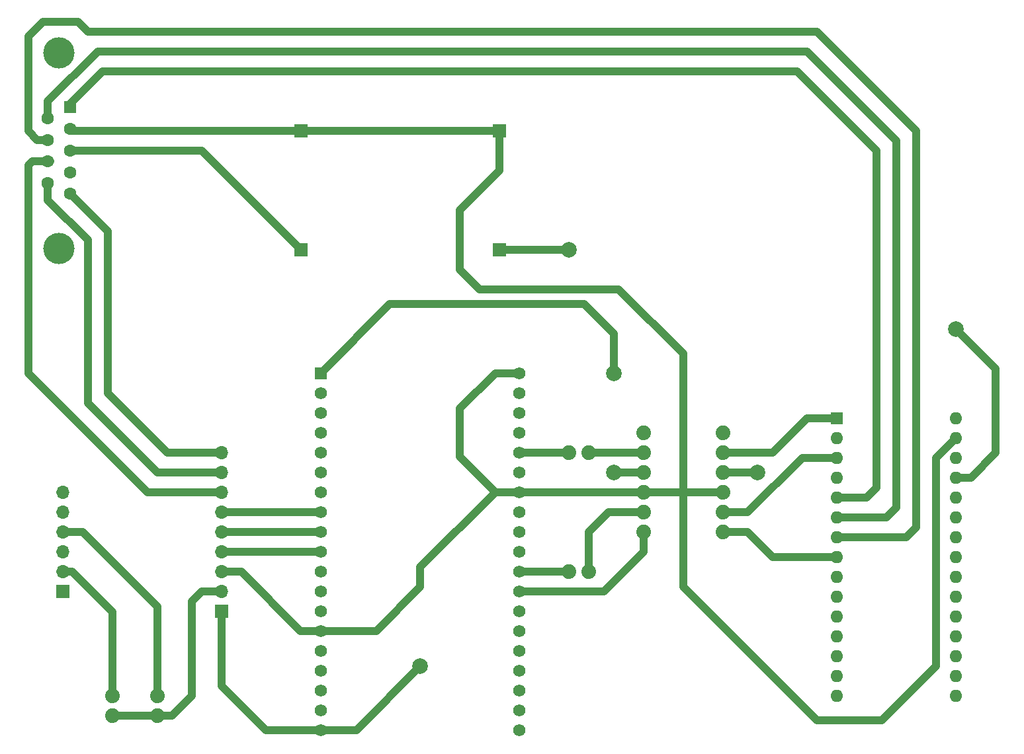
<source format=gbr>
%TF.GenerationSoftware,KiCad,Pcbnew,(6.0.4)*%
%TF.CreationDate,2022-04-04T20:05:43+03:00*%
%TF.ProjectId,volvo_bt_board,766f6c76-6f5f-4627-945f-626f6172642e,rev?*%
%TF.SameCoordinates,Original*%
%TF.FileFunction,Copper,L2,Bot*%
%TF.FilePolarity,Positive*%
%FSLAX46Y46*%
G04 Gerber Fmt 4.6, Leading zero omitted, Abs format (unit mm)*
G04 Created by KiCad (PCBNEW (6.0.4)) date 2022-04-04 20:05:43*
%MOMM*%
%LPD*%
G01*
G04 APERTURE LIST*
%TA.AperFunction,ComponentPad*%
%ADD10C,4.000000*%
%TD*%
%TA.AperFunction,ComponentPad*%
%ADD11R,1.600000X1.600000*%
%TD*%
%TA.AperFunction,ComponentPad*%
%ADD12C,1.600000*%
%TD*%
%TA.AperFunction,ComponentPad*%
%ADD13R,1.700000X1.700000*%
%TD*%
%TA.AperFunction,ComponentPad*%
%ADD14O,1.600000X1.600000*%
%TD*%
%TA.AperFunction,ComponentPad*%
%ADD15C,1.879600*%
%TD*%
%TA.AperFunction,ComponentPad*%
%ADD16O,1.700000X1.700000*%
%TD*%
%TA.AperFunction,ComponentPad*%
%ADD17R,1.560000X1.560000*%
%TD*%
%TA.AperFunction,ComponentPad*%
%ADD18C,1.560000*%
%TD*%
%TA.AperFunction,ViaPad*%
%ADD19C,2.000000*%
%TD*%
%TA.AperFunction,Conductor*%
%ADD20C,1.000000*%
%TD*%
G04 APERTURE END LIST*
D10*
%TO.P,J1,0*%
%TO.N,N/C*%
X80770331Y-73450000D03*
X80770331Y-48450000D03*
D11*
%TO.P,J1,1,1*%
%TO.N,MELBUS_CLK*%
X82190331Y-55410000D03*
D12*
%TO.P,J1,2,2*%
%TO.N,GND*%
X82190331Y-58180000D03*
%TO.P,J1,3,3*%
%TO.N,12V*%
X82190331Y-60950000D03*
%TO.P,J1,4,4*%
%TO.N,unconnected-(J1-Pad4)*%
X82190331Y-63720000D03*
%TO.P,J1,5,5*%
%TO.N,AUDIO_R*%
X82190331Y-66490000D03*
%TO.P,J1,6,6*%
%TO.N,MELBUS_DATA*%
X79350331Y-56795000D03*
%TO.P,J1,7,7*%
%TO.N,MELBUS_BUSY*%
X79350331Y-59565000D03*
%TO.P,J1,8,8*%
%TO.N,AUDIO_L*%
X79350331Y-62335000D03*
%TO.P,J1,9,9*%
%TO.N,AUDIO_GND*%
X79350331Y-65105000D03*
%TD*%
D13*
%TO.P,J9,1,Pin_1*%
%TO.N,5V*%
X137160000Y-73660000D03*
%TD*%
%TO.P,J6,1,Pin_1*%
%TO.N,12V*%
X111760000Y-73660000D03*
%TD*%
%TO.P,J7,1,Pin_1*%
%TO.N,GND*%
X111760000Y-58420000D03*
%TD*%
D11*
%TO.P,A1,1,D1/TX*%
%TO.N,Net-(A1-Pad1)*%
X180350000Y-95250000D03*
D14*
%TO.P,A1,2,D0/RX*%
%TO.N,unconnected-(A1-Pad2)*%
X180350000Y-97790000D03*
%TO.P,A1,3,~{RESET}*%
%TO.N,ARDUINO_RESET*%
X180350000Y-100330000D03*
%TO.P,A1,4,GND*%
%TO.N,GND*%
X180350000Y-102870000D03*
%TO.P,A1,5,D2*%
%TO.N,MELBUS_CLK*%
X180350000Y-105410000D03*
%TO.P,A1,6,D3*%
%TO.N,MELBUS_DATA*%
X180350000Y-107950000D03*
%TO.P,A1,7,D4*%
%TO.N,MELBUS_BUSY*%
X180350000Y-110490000D03*
%TO.P,A1,8,D5*%
%TO.N,Net-(A1-Pad8)*%
X180350000Y-113030000D03*
%TO.P,A1,9,D6*%
%TO.N,unconnected-(A1-Pad9)*%
X180350000Y-115570000D03*
%TO.P,A1,10,D7*%
%TO.N,unconnected-(A1-Pad10)*%
X180350000Y-118110000D03*
%TO.P,A1,11,D8*%
%TO.N,unconnected-(A1-Pad11)*%
X180350000Y-120650000D03*
%TO.P,A1,12,D9*%
%TO.N,unconnected-(A1-Pad12)*%
X180350000Y-123190000D03*
%TO.P,A1,13,D10*%
%TO.N,unconnected-(A1-Pad13)*%
X180350000Y-125730000D03*
%TO.P,A1,14,D11*%
%TO.N,unconnected-(A1-Pad14)*%
X180350000Y-128270000D03*
%TO.P,A1,15,D12*%
%TO.N,unconnected-(A1-Pad15)*%
X180350000Y-130810000D03*
%TO.P,A1,16,D13*%
%TO.N,unconnected-(A1-Pad16)*%
X195590000Y-130810000D03*
%TO.P,A1,17,3V3*%
%TO.N,unconnected-(A1-Pad17)*%
X195590000Y-128270000D03*
%TO.P,A1,18,AREF*%
%TO.N,unconnected-(A1-Pad18)*%
X195590000Y-125730000D03*
%TO.P,A1,19,A0*%
%TO.N,unconnected-(A1-Pad19)*%
X195590000Y-123190000D03*
%TO.P,A1,20,A1*%
%TO.N,unconnected-(A1-Pad20)*%
X195590000Y-120650000D03*
%TO.P,A1,21,A2*%
%TO.N,unconnected-(A1-Pad21)*%
X195590000Y-118110000D03*
%TO.P,A1,22,A3*%
%TO.N,unconnected-(A1-Pad22)*%
X195590000Y-115570000D03*
%TO.P,A1,23,A4*%
%TO.N,unconnected-(A1-Pad23)*%
X195590000Y-113030000D03*
%TO.P,A1,24,A5*%
%TO.N,unconnected-(A1-Pad24)*%
X195590000Y-110490000D03*
%TO.P,A1,25,A6*%
%TO.N,unconnected-(A1-Pad25)*%
X195590000Y-107950000D03*
%TO.P,A1,26,A7*%
%TO.N,unconnected-(A1-Pad26)*%
X195590000Y-105410000D03*
%TO.P,A1,27,+5V*%
%TO.N,5V*%
X195590000Y-102870000D03*
%TO.P,A1,28,~{RESET}*%
%TO.N,unconnected-(A1-Pad28)*%
X195590000Y-100330000D03*
%TO.P,A1,29,GND*%
%TO.N,GND*%
X195590000Y-97790000D03*
%TO.P,A1,30,VIN*%
%TO.N,unconnected-(A1-Pad30)*%
X195590000Y-95250000D03*
%TD*%
D15*
%TO.P,J4,1,Pin_1*%
%TO.N,Net-(J2-Pad4)*%
X93345000Y-130810000D03*
%TO.P,J4,2,Pin_2*%
%TO.N,Net-(J3-Pad2)*%
X93345000Y-133350000D03*
%TD*%
D13*
%TO.P,J3,1,Pin_1*%
%TO.N,5V*%
X101600000Y-120005000D03*
D16*
%TO.P,J3,2,Pin_2*%
%TO.N,Net-(J3-Pad2)*%
X101600000Y-117465000D03*
%TO.P,J3,3,Pin_3*%
%TO.N,GND*%
X101600000Y-114925000D03*
%TO.P,J3,4,Pin_4*%
%TO.N,Net-(J3-Pad4)*%
X101600000Y-112385000D03*
%TO.P,J3,5,Pin_5*%
%TO.N,Net-(J3-Pad5)*%
X101600000Y-109845000D03*
%TO.P,J3,6,Pin_6*%
%TO.N,Net-(J3-Pad6)*%
X101600000Y-107305000D03*
%TO.P,J3,7,Pin_7*%
%TO.N,AUDIO_L*%
X101600000Y-104765000D03*
%TO.P,J3,8,Pin_8*%
%TO.N,AUDIO_GND*%
X101600000Y-102225000D03*
%TO.P,J3,9,Pin_9*%
%TO.N,AUDIO_R*%
X101600000Y-99685000D03*
%TD*%
D15*
%TO.P,B1,GND1,GND*%
%TO.N,GND*%
X155575000Y-104775000D03*
%TO.P,B1,GND2,GND*%
X165735000Y-104775000D03*
%TO.P,B1,HV,HV*%
%TO.N,5V*%
X165735000Y-102235000D03*
%TO.P,B1,HV1,HV_TXO_1*%
%TO.N,unconnected-(B1-PadHV1)*%
X165735000Y-97155000D03*
%TO.P,B1,HV2,HV_RXI_1*%
%TO.N,Net-(A1-Pad1)*%
X165735000Y-99695000D03*
%TO.P,B1,HV3,HV_RXI_2*%
%TO.N,ARDUINO_RESET*%
X165735000Y-107315000D03*
%TO.P,B1,HV4,HV_TXO_2*%
%TO.N,Net-(A1-Pad8)*%
X165735000Y-109855000D03*
%TO.P,B1,LV,LV*%
%TO.N,3V3*%
X155575000Y-102235000D03*
%TO.P,B1,LV1,LV_TXI_1*%
%TO.N,unconnected-(B1-PadLV1)*%
X155575000Y-97155000D03*
%TO.P,B1,LV2,LV_RXO_1*%
%TO.N,Net-(B1-PadLV2)*%
X155575000Y-99695000D03*
%TO.P,B1,LV3,LV_RXO_2*%
%TO.N,Net-(B1-PadLV3)*%
X155575000Y-107315000D03*
%TO.P,B1,LV4,LV_TXI_2*%
%TO.N,Net-(B1-PadLV4)*%
X155575000Y-109855000D03*
%TD*%
D17*
%TO.P,U1,1,3V3*%
%TO.N,3V3*%
X114300000Y-89460000D03*
D18*
%TO.P,U1,2,EN*%
%TO.N,unconnected-(U1-Pad2)*%
X114300000Y-92000000D03*
%TO.P,U1,3,SENSOR_VP*%
%TO.N,unconnected-(U1-Pad3)*%
X114300000Y-94540000D03*
%TO.P,U1,4,SENSOR_VN*%
%TO.N,unconnected-(U1-Pad4)*%
X114300000Y-97080000D03*
%TO.P,U1,5,IO34*%
%TO.N,unconnected-(U1-Pad5)*%
X114300000Y-99620000D03*
%TO.P,U1,6,IO35*%
%TO.N,unconnected-(U1-Pad6)*%
X114300000Y-102160000D03*
%TO.P,U1,7,IO32*%
%TO.N,unconnected-(U1-Pad7)*%
X114300000Y-104700000D03*
%TO.P,U1,8,IO33*%
%TO.N,Net-(J3-Pad6)*%
X114300000Y-107240000D03*
%TO.P,U1,9,IO25*%
%TO.N,Net-(J3-Pad5)*%
X114300000Y-109780000D03*
%TO.P,U1,10,IO26*%
%TO.N,Net-(J3-Pad4)*%
X114300000Y-112320000D03*
%TO.P,U1,11,IO27*%
%TO.N,unconnected-(U1-Pad11)*%
X114300000Y-114860000D03*
%TO.P,U1,12,IO14*%
%TO.N,unconnected-(U1-Pad12)*%
X114300000Y-117400000D03*
%TO.P,U1,13,IO12*%
%TO.N,unconnected-(U1-Pad13)*%
X114300000Y-119940000D03*
%TO.P,U1,14,GND1*%
%TO.N,GND*%
X114300000Y-122480000D03*
%TO.P,U1,15,IO13*%
%TO.N,unconnected-(U1-Pad15)*%
X114300000Y-125020000D03*
%TO.P,U1,16,SD2*%
%TO.N,unconnected-(U1-Pad16)*%
X114300000Y-127560000D03*
%TO.P,U1,17,SD3*%
%TO.N,unconnected-(U1-Pad17)*%
X114300000Y-130100000D03*
%TO.P,U1,18,CMD*%
%TO.N,unconnected-(U1-Pad18)*%
X114300000Y-132640000D03*
%TO.P,U1,19,EXT_5V*%
%TO.N,5V*%
X114300000Y-135180000D03*
%TO.P,U1,20,GND3*%
%TO.N,GND*%
X139700000Y-89460000D03*
%TO.P,U1,21,IO23*%
%TO.N,unconnected-(U1-Pad21)*%
X139700000Y-92000000D03*
%TO.P,U1,22,IO22*%
%TO.N,unconnected-(U1-Pad22)*%
X139700000Y-94540000D03*
%TO.P,U1,23,TXD0*%
%TO.N,unconnected-(U1-Pad23)*%
X139700000Y-97080000D03*
%TO.P,U1,24,RXD0*%
%TO.N,Net-(J11-Pad2)*%
X139700000Y-99620000D03*
%TO.P,U1,25,IO21*%
%TO.N,unconnected-(U1-Pad25)*%
X139700000Y-102160000D03*
%TO.P,U1,26,GND2*%
%TO.N,GND*%
X139700000Y-104700000D03*
%TO.P,U1,27,IO19*%
%TO.N,unconnected-(U1-Pad27)*%
X139700000Y-107240000D03*
%TO.P,U1,28,IO18*%
%TO.N,unconnected-(U1-Pad28)*%
X139700000Y-109780000D03*
%TO.P,U1,29,IO5*%
%TO.N,unconnected-(U1-Pad29)*%
X139700000Y-112320000D03*
%TO.P,U1,30,IO17*%
%TO.N,Net-(J12-Pad1)*%
X139700000Y-114860000D03*
%TO.P,U1,31,IO16*%
%TO.N,Net-(B1-PadLV4)*%
X139700000Y-117400000D03*
%TO.P,U1,32,IO4*%
%TO.N,unconnected-(U1-Pad32)*%
X139700000Y-119940000D03*
%TO.P,U1,33,IO0*%
%TO.N,unconnected-(U1-Pad33)*%
X139700000Y-122480000D03*
%TO.P,U1,34,IO2*%
%TO.N,unconnected-(U1-Pad34)*%
X139700000Y-125020000D03*
%TO.P,U1,35,IO15*%
%TO.N,unconnected-(U1-Pad35)*%
X139700000Y-127560000D03*
%TO.P,U1,36,SD1*%
%TO.N,unconnected-(U1-Pad36)*%
X139700000Y-130100000D03*
%TO.P,U1,37,SD0*%
%TO.N,unconnected-(U1-Pad37)*%
X139700000Y-132640000D03*
%TO.P,U1,38,CLK*%
%TO.N,unconnected-(U1-Pad38)*%
X139700000Y-135180000D03*
%TD*%
D15*
%TO.P,J5,1,Pin_1*%
%TO.N,Net-(J3-Pad2)*%
X87630000Y-133350000D03*
%TO.P,J5,2,Pin_2*%
%TO.N,Net-(J2-Pad2)*%
X87630000Y-130810000D03*
%TD*%
%TO.P,J11,1,Pin_1*%
%TO.N,Net-(B1-PadLV2)*%
X148590000Y-99695000D03*
%TO.P,J11,2,Pin_2*%
%TO.N,Net-(J11-Pad2)*%
X146050000Y-99695000D03*
%TD*%
D13*
%TO.P,J8,1,Pin_1*%
%TO.N,GND*%
X137160000Y-58420000D03*
%TD*%
D15*
%TO.P,J12,1,Pin_1*%
%TO.N,Net-(J12-Pad1)*%
X146050000Y-114935000D03*
%TO.P,J12,2,Pin_2*%
%TO.N,Net-(B1-PadLV3)*%
X148590000Y-114935000D03*
%TD*%
D13*
%TO.P,J2,1,Pin_1*%
%TO.N,unconnected-(J2-Pad1)*%
X81280000Y-117465000D03*
D16*
%TO.P,J2,2,Pin_2*%
%TO.N,Net-(J2-Pad2)*%
X81280000Y-114925000D03*
%TO.P,J2,3,Pin_3*%
%TO.N,unconnected-(J2-Pad3)*%
X81280000Y-112385000D03*
%TO.P,J2,4,Pin_4*%
%TO.N,Net-(J2-Pad4)*%
X81280000Y-109845000D03*
%TO.P,J2,5,Pin_5*%
%TO.N,unconnected-(J2-Pad5)*%
X81280000Y-107305000D03*
%TO.P,J2,6,Pin_6*%
%TO.N,unconnected-(J2-Pad6)*%
X81280000Y-104765000D03*
%TD*%
D19*
%TO.N,5V*%
X127000000Y-127000000D03*
X146050000Y-73660000D03*
X195580000Y-83820000D03*
X170180000Y-102235000D03*
%TO.N,3V3*%
X151765000Y-89535000D03*
X151765000Y-102235000D03*
%TD*%
D20*
%TO.N,Net-(J2-Pad4)*%
X93345000Y-119380000D02*
X83810000Y-109845000D01*
X83810000Y-109845000D02*
X81280000Y-109845000D01*
X93345000Y-130810000D02*
X93345000Y-119380000D01*
%TO.N,Net-(J2-Pad2)*%
X82482081Y-114925000D02*
X81280000Y-114925000D01*
X87630000Y-120072919D02*
X82482081Y-114925000D01*
X87630000Y-130810000D02*
X87630000Y-120072919D01*
%TO.N,Net-(J3-Pad2)*%
X93345000Y-133350000D02*
X87630000Y-133350000D01*
X95250000Y-133350000D02*
X93345000Y-133350000D01*
X97790000Y-118745000D02*
X97790000Y-130810000D01*
X97790000Y-130810000D02*
X95250000Y-133350000D01*
X99070000Y-117465000D02*
X97790000Y-118745000D01*
X101600000Y-117465000D02*
X99070000Y-117465000D01*
%TO.N,AUDIO_R*%
X94625000Y-99685000D02*
X94615000Y-99695000D01*
X86995000Y-92075000D02*
X86995000Y-71294669D01*
X86995000Y-71294669D02*
X82190331Y-66490000D01*
X101600000Y-99685000D02*
X94625000Y-99685000D01*
X94615000Y-99695000D02*
X86995000Y-92075000D01*
%TO.N,AUDIO_GND*%
X84455000Y-72390000D02*
X79350331Y-67285331D01*
X79350331Y-67285331D02*
X79350331Y-65105000D01*
X93345000Y-102235000D02*
X84455000Y-93345000D01*
X93355000Y-102225000D02*
X93345000Y-102235000D01*
X101600000Y-102225000D02*
X93355000Y-102225000D01*
X84455000Y-93345000D02*
X84455000Y-72390000D01*
%TO.N,MELBUS_BUSY*%
X77980000Y-59565000D02*
X79350331Y-59565000D01*
X76835000Y-46355000D02*
X76835000Y-58420000D01*
X76835000Y-58420000D02*
X77980000Y-59565000D01*
X78740000Y-44450000D02*
X76835000Y-46355000D01*
X83185000Y-44450000D02*
X78740000Y-44450000D01*
X84455000Y-45720000D02*
X83185000Y-44450000D01*
X177800000Y-45720000D02*
X84455000Y-45720000D01*
X190500000Y-58420000D02*
X177800000Y-45720000D01*
X190500000Y-109220000D02*
X190500000Y-58420000D01*
X189230000Y-110490000D02*
X190500000Y-109220000D01*
X180350000Y-110490000D02*
X189230000Y-110490000D01*
%TO.N,MELBUS_DATA*%
X79350331Y-54634669D02*
X79350331Y-56795000D01*
X85725000Y-48260000D02*
X79350331Y-54634669D01*
X176530000Y-48260000D02*
X85725000Y-48260000D01*
%TO.N,Net-(B1-PadLV3)*%
X151130000Y-107315000D02*
X155575000Y-107315000D01*
X148590000Y-109855000D02*
X151130000Y-107315000D01*
X148590000Y-114935000D02*
X148590000Y-109855000D01*
%TO.N,Net-(B1-PadLV4)*%
X150495000Y-117475000D02*
X155575000Y-112395000D01*
X155575000Y-112395000D02*
X155575000Y-109855000D01*
X150420000Y-117400000D02*
X150495000Y-117475000D01*
X139700000Y-117400000D02*
X150420000Y-117400000D01*
%TO.N,Net-(J12-Pad1)*%
X145975000Y-114860000D02*
X146050000Y-114935000D01*
X139700000Y-114860000D02*
X145975000Y-114860000D01*
%TO.N,AUDIO_L*%
X76835000Y-62865000D02*
X77365000Y-62335000D01*
X76835000Y-89535000D02*
X76835000Y-62865000D01*
X92065000Y-104765000D02*
X76835000Y-89535000D01*
X77365000Y-62335000D02*
X79650331Y-62335000D01*
X101600000Y-104765000D02*
X92065000Y-104765000D01*
%TO.N,5V*%
X101600000Y-129540000D02*
X101600000Y-120005000D01*
X107240000Y-135180000D02*
X101600000Y-129540000D01*
%TO.N,GND*%
X104130000Y-114925000D02*
X101600000Y-114925000D01*
X111685000Y-122480000D02*
X104130000Y-114925000D01*
X114300000Y-122480000D02*
X111685000Y-122480000D01*
%TO.N,Net-(J3-Pad4)*%
X114235000Y-112385000D02*
X114300000Y-112320000D01*
X101600000Y-112385000D02*
X114235000Y-112385000D01*
%TO.N,Net-(J3-Pad5)*%
X114235000Y-109845000D02*
X114300000Y-109780000D01*
X101600000Y-109845000D02*
X114235000Y-109845000D01*
%TO.N,Net-(J3-Pad6)*%
X114235000Y-107305000D02*
X114300000Y-107240000D01*
X101600000Y-107305000D02*
X114235000Y-107305000D01*
%TO.N,5V*%
X118820000Y-135180000D02*
X114300000Y-135180000D01*
X127000000Y-127000000D02*
X118820000Y-135180000D01*
X137160000Y-73660000D02*
X146050000Y-73660000D01*
%TO.N,MELBUS_CLK*%
X82190331Y-54969669D02*
X82190331Y-55410000D01*
X175260000Y-50800000D02*
X86360000Y-50800000D01*
X185420000Y-60960000D02*
X175260000Y-50800000D01*
X86360000Y-50800000D02*
X82190331Y-54969669D01*
X185420000Y-104140000D02*
X185420000Y-60960000D01*
X184150000Y-105410000D02*
X185420000Y-104140000D01*
X180350000Y-105410000D02*
X184150000Y-105410000D01*
%TO.N,MELBUS_DATA*%
X187960000Y-59690000D02*
X176530000Y-48260000D01*
X180350000Y-107950000D02*
X186690000Y-107950000D01*
X186690000Y-107950000D02*
X187960000Y-106680000D01*
X187960000Y-106680000D02*
X187960000Y-59690000D01*
%TO.N,GND*%
X193040000Y-127000000D02*
X186055000Y-133985000D01*
X186055000Y-133985000D02*
X182245000Y-133985000D01*
X193040000Y-100340000D02*
X193040000Y-127000000D01*
X195590000Y-97790000D02*
X193040000Y-100340000D01*
X136600000Y-89460000D02*
X139700000Y-89460000D01*
X132080000Y-93980000D02*
X136600000Y-89460000D01*
X132080000Y-100180000D02*
X132080000Y-93980000D01*
X136600000Y-104700000D02*
X132080000Y-100180000D01*
X160655000Y-86995000D02*
X160655000Y-104775000D01*
X152400000Y-78740000D02*
X160655000Y-86995000D01*
X132080000Y-68580000D02*
X132080000Y-76200000D01*
X134620000Y-78740000D02*
X152400000Y-78740000D01*
X137160000Y-63500000D02*
X132080000Y-68580000D01*
X132080000Y-76200000D02*
X134620000Y-78740000D01*
X137160000Y-58420000D02*
X137160000Y-63500000D01*
%TO.N,12V*%
X82190331Y-60950000D02*
X99050000Y-60950000D01*
X99050000Y-60950000D02*
X111760000Y-73660000D01*
%TO.N,GND*%
X82430331Y-58420000D02*
X82190331Y-58180000D01*
X111760000Y-58420000D02*
X82430331Y-58420000D01*
X111760000Y-58420000D02*
X137160000Y-58420000D01*
X160655000Y-116840000D02*
X160655000Y-104775000D01*
X160655000Y-104775000D02*
X161290000Y-104775000D01*
X182245000Y-133985000D02*
X177800000Y-133985000D01*
X177800000Y-133985000D02*
X160655000Y-116840000D01*
X155575000Y-104775000D02*
X160655000Y-104775000D01*
X161290000Y-104775000D02*
X165735000Y-104775000D01*
%TO.N,Net-(A1-Pad8)*%
X172085000Y-113030000D02*
X180350000Y-113030000D01*
X168910000Y-109855000D02*
X172085000Y-113030000D01*
X165735000Y-109855000D02*
X168910000Y-109855000D01*
%TO.N,ARDUINO_RESET*%
X175895000Y-100330000D02*
X180350000Y-100330000D01*
X168910000Y-107315000D02*
X175895000Y-100330000D01*
X165735000Y-107315000D02*
X168910000Y-107315000D01*
%TO.N,5V*%
X200660000Y-99695000D02*
X197485000Y-102870000D01*
X200660000Y-88900000D02*
X200660000Y-99695000D01*
X195580000Y-83820000D02*
X200660000Y-88900000D01*
X197485000Y-102870000D02*
X195590000Y-102870000D01*
X165735000Y-102235000D02*
X170180000Y-102235000D01*
%TO.N,Net-(A1-Pad1)*%
X172085000Y-99695000D02*
X165735000Y-99695000D01*
X176530000Y-95250000D02*
X172085000Y-99695000D01*
X180350000Y-95250000D02*
X176530000Y-95250000D01*
%TO.N,3V3*%
X123115000Y-80645000D02*
X114300000Y-89460000D01*
X147955000Y-80645000D02*
X123115000Y-80645000D01*
X151765000Y-84455000D02*
X147955000Y-80645000D01*
X151765000Y-89535000D02*
X151765000Y-84455000D01*
X155575000Y-102235000D02*
X151765000Y-102235000D01*
%TO.N,GND*%
X155500000Y-104700000D02*
X155575000Y-104775000D01*
X139700000Y-104700000D02*
X155500000Y-104700000D01*
%TO.N,Net-(B1-PadLV2)*%
X148590000Y-99695000D02*
X155575000Y-99695000D01*
%TO.N,Net-(B1-PadLV4)*%
X155575000Y-110490000D02*
X155575000Y-109855000D01*
%TO.N,Net-(J11-Pad2)*%
X145975000Y-99620000D02*
X146050000Y-99695000D01*
X139700000Y-99620000D02*
X145975000Y-99620000D01*
%TO.N,GND*%
X136600000Y-104700000D02*
X139700000Y-104700000D01*
X127000000Y-114300000D02*
X136600000Y-104700000D01*
X127000000Y-116840000D02*
X127000000Y-114300000D01*
X121360000Y-122480000D02*
X127000000Y-116840000D01*
X114300000Y-122480000D02*
X121360000Y-122480000D01*
%TO.N,5V*%
X114300000Y-135180000D02*
X107240000Y-135180000D01*
%TD*%
M02*

</source>
